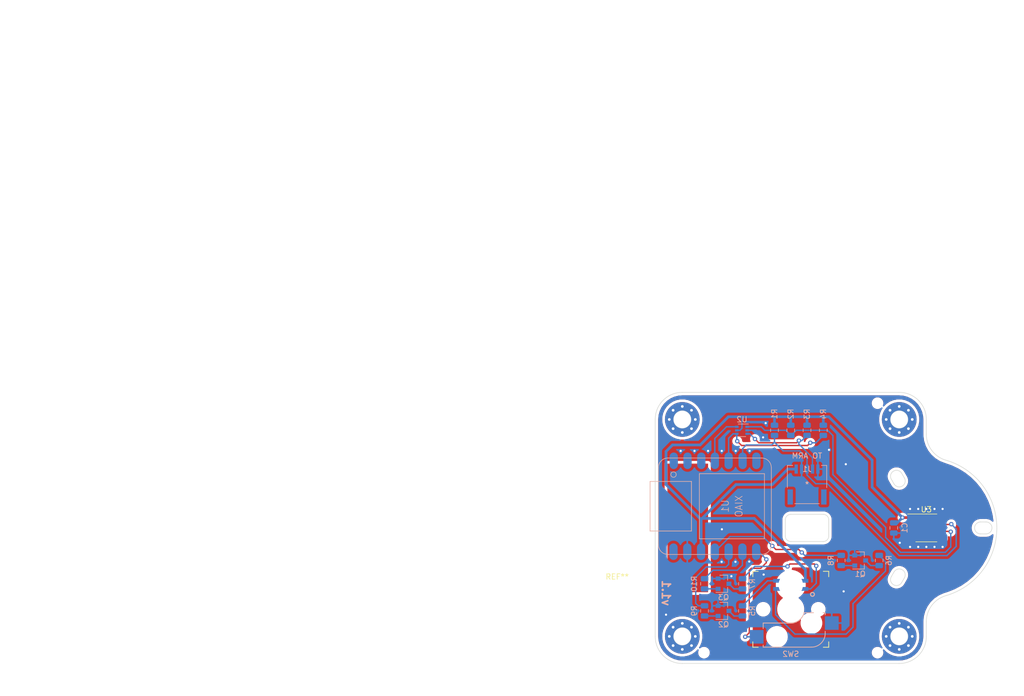
<source format=kicad_pcb>
(kicad_pcb (version 20171130) (host pcbnew "(5.1.6)-1")
  (layers (0 F.Cu mixed) (31 B.Cu mixed) (34 B.Paste user) (35 F.Paste user) (36 B.SilkS user) (37 F.SilkS user) (38 B.Mask user) (39 F.Mask user) (44 Edge.Cuts user))
  (net 0 "")
  (net 1 +3V3)
  (net 2 GND)
  (net 3 SDA2)
  (net 4 SCL)
  (net 5 SDA1)
  (net 6 SDA)
  (net 7 "Net-(U1-Pad1)")
  (net 8 "Net-(U1-Pad2)")
  (net 9 "Net-(U1-Pad3)")
  (net 10 SEL)
  (net 11 "Net-(U1-Pad7)")
  (net 12 "Net-(U1-Pad14)")
  (net 13 "Net-(U3-Pad3)")
  (net 14 "Net-(U3-Pad5)")
  (net 15 EN_SW)
  (net 16 RLED)
  (net 17 BLED)
  (net 18 GLED)
  (net 19 "Net-(R5-Pad1)")
  (net 20 "Net-(R6-Pad1)")
  (net 21 "Net-(R7-Pad1)")
  (net 22 "Net-(Q1-Pad1)")
  (net 23 "Net-(Q2-Pad1)")
  (net 24 "Net-(Q3-Pad1)")
  (net 25 G_CONT)
  (net 26 R_CONT)
  (net 27 B_CONT)
  (module base:hyku_logo (layer F.Cu) (at 123 96 270)
    (fp_text reference G*** hide)
    (fp_text value LOGO hide)
    (fp_poly (pts (xy 11.8 3.7) (xy -11.8 3.7) (xy -11.8 -3.7) (xy 11.8 -3.7)) (layer F.Cu) (width 0.1))
  )
  (module keyswitches:Kailh_socket_MX_SMD_RGB (layer F.Cu) (at 142 111 180)
    (fp_text reference SW2 (at 0 -8.255 180) (layer B.SilkS) (effects (justify mirror)))
    (fp_text value SW_SPST_LED_RGB)
    (fp_line (start 5.08 -6.985) (end 5.08 -6.604) (layer B.SilkS) (width 0.15))
    (fp_line (start -3.81 -6.985) (end 5.08 -6.985) (layer B.SilkS) (width 0.15))
    (fp_line (start -6.35 -4.445) (end -6.35 -4.064) (layer B.SilkS) (width 0.15))
    (fp_line (start -5.969 -0.635) (end -6.35 -0.635) (layer B.SilkS) (width 0.15))
    (fp_line (start -2.464162 -0.635) (end -4.191 -0.635) (layer B.SilkS) (width 0.15))
    (fp_line (start 5.08 -2.54) (end 0 -2.54) (layer B.SilkS) (width 0.15))
    (fp_line (start 5.08 -3.556) (end 5.08 -2.54) (layer B.SilkS) (width 0.15))
    (fp_line (start -6.35 -1.016) (end -6.35 -0.635) (layer B.SilkS) (width 0.15))
    (fp_line (start 7 -7) (end 7 -6) (layer F.SilkS) (width 0.15))
    (fp_line (start 6 7) (end 7 7) (layer F.SilkS) (width 0.15))
    (fp_line (start 7 -7) (end 6 -7) (layer F.SilkS) (width 0.15))
    (fp_line (start 7 6) (end 7 7) (layer F.SilkS) (width 0.15))
    (fp_line (start -7 7) (end -7 6) (layer F.SilkS) (width 0.15))
    (fp_line (start -6 -7) (end -7 -7) (layer F.SilkS) (width 0.15))
    (fp_line (start -7 7) (end -6 7) (layer F.SilkS) (width 0.15))
    (fp_line (start -7 -6) (end -7 -7) (layer F.SilkS) (width 0.15))
    (fp_circle (center -4 2.75) (end -3.646447 2.75) (layer B.SilkS) (width 0.2))
    (fp_arc (start -3.81 -4.445) (end -3.81 -6.985) (angle -90) (layer B.SilkS) (width 0.15))
    (fp_arc (start 0 0) (end 0 -2.54) (angle -75.96375653) (layer B.SilkS) (width 0.15))
    (pad LED2 smd rect (at 2.5 3.75 180) (size 1.5 0.7) (layers B.Cu B.Paste B.Mask) (net 20 "Net-(R6-Pad1)"))
    (pad LED3 smd rect (at 2.5 5.25 180) (size 1.5 0.7) (layers B.Cu B.Paste B.Mask) (net 19 "Net-(R5-Pad1)"))
    (pad LED4 smd rect (at -2.5 5.25 180) (size 1.5 0.7) (layers B.Cu B.Paste B.Mask) (net 1 +3V3))
    (pad LED1 smd rect (at -2.5 3.75 180) (size 1.5 0.7) (layers B.Cu B.Paste B.Mask) (net 21 "Net-(R7-Pad1)") (clearance 0.1))
    (pad "" np_thru_hole circle (at 0 4.5 180) (size 4.5 4.5) (drill 4.5) (layers *.Cu *.Mask))
    (pad 1 smd rect (at 6.29 -5.08 180) (size 2.55 2.5) (layers B.Cu B.Paste B.Mask) (net 15 EN_SW))
    (pad "" np_thru_hole circle (at 2.54 -5.08 180) (size 3 3) (drill 3) (layers *.Cu *.Mask))
    (pad "" np_thru_hole circle (at -3.81 -2.54 180) (size 3 3) (drill 3) (layers *.Cu *.Mask))
    (pad "" np_thru_hole circle (at 0 0 180) (size 3.9878 3.9878) (drill 3.9878) (layers *.Cu *.Mask))
    (pad "" np_thru_hole circle (at 5.08 0 180) (size 1.7018 1.7018) (drill 1.7018) (layers *.Cu *.Mask))
    (pad "" np_thru_hole circle (at -5.08 0 180) (size 1.7018 1.7018) (drill 1.7018) (layers *.Cu *.Mask))
    (pad 2 smd rect (at -7.56 -2.54 180) (size 2.55 2.5) (layers B.Cu B.Paste B.Mask) (net 2 GND))
  )
  (module base:hyku_logo (layer F.Cu) (at 0 0)
    (fp_text reference REF** (at 110 105) (layer F.SilkS))
    (fp_text value hyku_logo)
  )
  (module "base:JLCPCB Tooling Hole" (layer F.Cu) (at 158 73)
    (fp_text reference REF**)
    (fp_text value "JLCPCB Tooling Hole")
    (pad "" np_thru_hole circle (at 0 0) (size 1.152 1.152) (drill 1.152) (layers *.Cu *.Mask))
  )
  (module "base:JLCPCB Tooling Hole" (layer F.Cu) (at 126 119)
    (fp_text reference REF**)
    (fp_text value "JLCPCB Tooling Hole")
    (pad "" np_thru_hole circle (at 0 0) (size 1.152 1.152) (drill 1.152) (layers *.Cu *.Mask))
  )
  (module "base:JLCPCB Tooling Hole" (layer F.Cu) (at 158 119)
    (fp_text reference REF**)
    (fp_text value "JLCPCB Tooling Hole")
    (pad "" np_thru_hole circle (at 0 0) (size 1.152 1.152) (drill 1.152) (layers *.Cu *.Mask))
  )
  (module Package_SO:SOIC-8_3.9x4.9mm_P1.27mm (layer F.Cu) (at 167 96)
    (fp_text reference U3 (at 0 -3.4) (layer F.SilkS))
    (fp_text value AS5600)
    (fp_line (start 0 2.56) (end 1.95 2.56) (layer F.SilkS) (width 0.12))
    (fp_line (start 0 2.56) (end -1.95 2.56) (layer F.SilkS) (width 0.12))
    (fp_line (start 0 -2.56) (end 1.95 -2.56) (layer F.SilkS) (width 0.12))
    (fp_line (start 0 -2.56) (end -3.45 -2.56) (layer F.SilkS) (width 0.12))
    (pad 8 smd roundrect (at 2.475 -1.905) (size 1.95 0.6) (layers F.Cu F.Paste F.Mask) (net 2 GND))
    (pad 7 smd roundrect (at 2.475 -0.635) (size 1.95 0.6) (layers F.Cu F.Paste F.Mask) (net 4 SCL))
    (pad 6 smd roundrect (at 2.475 0.635) (size 1.95 0.6) (layers F.Cu F.Paste F.Mask) (net 5 SDA1))
    (pad 5 smd roundrect (at 2.475 1.905) (size 1.95 0.6) (layers F.Cu F.Paste F.Mask) (net 14 "Net-(U3-Pad5)"))
    (pad 4 smd roundrect (at -2.475 1.905) (size 1.95 0.6) (layers F.Cu F.Paste F.Mask) (net 2 GND))
    (pad 3 smd roundrect (at -2.475 0.635) (size 1.95 0.6) (layers F.Cu F.Paste F.Mask) (net 13 "Net-(U3-Pad3)"))
    (pad 2 smd roundrect (at -2.475 -0.635) (size 1.95 0.6) (layers F.Cu F.Paste F.Mask) (net 1 +3V3))
    (pad 1 smd roundrect (at -2.475 -1.905) (size 1.95 0.6) (layers F.Cu F.Paste F.Mask) (net 1 +3V3))
  )
  (module KeypadLib:Seeeduino_Xiao (layer B.Cu) (at 128 92 270)
    (fp_text reference U1 (at 0 -1.905 90) (layer B.SilkS) (effects (font (size 1.3 1.2) (thickness 0.12)) (justify mirror)))
    (fp_text value Seeeduiono_Xiao)
    (fp_circle (center -5.842 7.62) (end -5.342 7.62) (layer B.SilkS) (width 0.12))
    (fp_line (start 4.572 11.938) (end -4.572 11.938) (layer B.SilkS) (width 0.127))
    (fp_line (start -6 -9.144) (end -6 2.856) (layer B.SilkS) (width 0.12))
    (fp_line (start 6 -9.144) (end -6 -9.144) (layer B.SilkS) (width 0.12))
    (fp_line (start 6 2.856) (end 6 -9.144) (layer B.SilkS) (width 0.12))
    (fp_line (start -6 2.856) (end 6 2.856) (layer B.SilkS) (width 0.12))
    (fp_line (start 4.572 11.938) (end 4.572 4.318) (layer B.SilkS) (width 0.127))
    (fp_line (start 4.572 4.318) (end -4.572 4.318) (layer B.SilkS) (width 0.127))
    (fp_line (start -4.572 4.318) (end -4.572 11.938) (layer B.SilkS) (width 0.127))
    (fp_line (start -7.112 10.414) (end 7.112 10.414) (layer B.SilkS) (width 0.12))
    (fp_line (start 8.89 8.636) (end 8.89 -8.636) (layer B.SilkS) (width 0.12))
    (fp_line (start 7.112 -10.414) (end -7.112 -10.414) (layer B.SilkS) (width 0.12))
    (fp_line (start -8.89 -8.636) (end -8.89 8.636) (layer B.SilkS) (width 0.12))
    (fp_arc (start 7.112 -8.636) (end 7.112 -10.414) (angle 90) (layer B.SilkS) (width 0.12))
    (fp_arc (start -7.112 -8.636) (end -8.89 -8.636) (angle 90) (layer B.SilkS) (width 0.12))
    (fp_arc (start -7.112 8.636) (end -7.112 10.414) (angle 90) (layer B.SilkS) (width 0.12))
    (fp_arc (start 7.112 8.636) (end 8.89 8.636) (angle 90) (layer B.SilkS) (width 0.12))
    (fp_text user XIAO (at 0 -4.445 90) (layer B.SilkS) (effects (font (size 1.3 1.2) (thickness 0.12)) (justify mirror)))
    (pad 1 smd oval (at -8.382 7.57682 270) (size 3.048 1.524) (layers B.Cu B.Paste B.Mask) (net 7 "Net-(U1-Pad1)"))
    (pad 2 smd oval (at -8.382 5.03682 270) (size 3.048 1.524) (layers B.Cu B.Paste B.Mask) (net 8 "Net-(U1-Pad2)"))
    (pad 3 smd oval (at -8.382 2.49682 270) (size 3.048 1.524) (layers B.Cu B.Paste B.Mask) (net 9 "Net-(U1-Pad3)"))
    (pad 4 smd oval (at -8.382 0 270) (size 3.048 1.524) (layers B.Cu B.Paste B.Mask) (net 10 SEL))
    (pad 5 smd oval (at -8.382 -2.54 270) (size 3.048 1.524) (layers B.Cu B.Paste B.Mask) (net 6 SDA))
    (pad 6 smd oval (at -8.382 -5.12318 270) (size 3.048 1.524) (layers B.Cu B.Paste B.Mask) (net 4 SCL))
    (pad 7 smd oval (at -8.382 -7.66318 270) (size 3.048 1.524) (layers B.Cu B.Paste B.Mask) (net 11 "Net-(U1-Pad7)"))
    (pad 8 smd oval (at 8.382 -7.62 270) (size 3.048 1.524) (layers B.Cu B.Paste B.Mask) (net 15 EN_SW))
    (pad 9 smd oval (at 8.382 -5.08 270) (size 3.048 1.524) (layers B.Cu B.Paste B.Mask) (net 27 B_CONT))
    (pad 10 smd oval (at 8.382 -2.54 270) (size 3.048 1.524) (layers B.Cu B.Paste B.Mask) (net 26 R_CONT))
    (pad 11 smd oval (at 8.382 0 270) (size 3.048 1.524) (layers B.Cu B.Paste B.Mask) (net 25 G_CONT))
    (pad 12 smd oval (at 8.382 2.54 270) (size 3.048 1.524) (layers B.Cu B.Paste B.Mask) (net 1 +3V3))
    (pad 13 smd oval (at 8.382 5.08 270) (size 3.048 1.524) (layers B.Cu B.Paste B.Mask) (net 2 GND))
    (pad 14 smd oval (at 8.382 7.62 270) (size 3.048 1.524) (layers B.Cu B.Paste B.Mask) (net 12 "Net-(U1-Pad14)"))
  )
  (module Resistor_SMD:R_0805_2012Metric (layer B.Cu) (at 126.1 106.3 90)
    (fp_text reference R10 (at 0 -1.9 90) (layer B.SilkS) (effects (justify mirror)))
    (fp_text value 5.1k)
    (fp_line (start -0.258578 0.71) (end 0.258578 0.71) (layer B.SilkS) (width 0.12))
    (fp_line (start -0.258578 -0.71) (end 0.258578 -0.71) (layer B.SilkS) (width 0.12))
    (pad 2 smd roundrect (at 0.9375 0 90) (size 0.975 1.4) (layers B.Cu B.Paste B.Mask) (net 27 B_CONT))
    (pad 1 smd roundrect (at -0.9375 0 90) (size 0.975 1.4) (layers B.Cu B.Paste B.Mask) (net 24 "Net-(Q3-Pad1)"))
  )
  (module Resistor_SMD:R_0805_2012Metric (layer B.Cu) (at 126.1 111.3 90)
    (fp_text reference R9 (at 0 -1.9 90) (layer B.SilkS) (effects (justify mirror)))
    (fp_text value 5.1k)
    (fp_line (start -0.258578 0.71) (end 0.258578 0.71) (layer B.SilkS) (width 0.12))
    (fp_line (start -0.258578 -0.71) (end 0.258578 -0.71) (layer B.SilkS) (width 0.12))
    (pad 2 smd roundrect (at 0.9375 0 90) (size 0.975 1.4) (layers B.Cu B.Paste B.Mask) (net 26 R_CONT))
    (pad 1 smd roundrect (at -0.9375 0 90) (size 0.975 1.4) (layers B.Cu B.Paste B.Mask) (net 23 "Net-(Q2-Pad1)"))
  )
  (module Resistor_SMD:R_0805_2012Metric (layer B.Cu) (at 151.3 102 90)
    (fp_text reference R8 (at 0 -1.9 270) (layer B.SilkS) (effects (justify mirror)))
    (fp_text value 5.1k)
    (fp_line (start -0.258578 0.71) (end 0.258578 0.71) (layer B.SilkS) (width 0.12))
    (fp_line (start -0.258578 -0.71) (end 0.258578 -0.71) (layer B.SilkS) (width 0.12))
    (pad 2 smd roundrect (at 0.9375 0 90) (size 0.975 1.4) (layers B.Cu B.Paste B.Mask) (net 25 G_CONT))
    (pad 1 smd roundrect (at -0.9375 0 90) (size 0.975 1.4) (layers B.Cu B.Paste B.Mask) (net 22 "Net-(Q1-Pad1)"))
  )
  (module Package_TO_SOT_SMD:SOT-23 (layer B.Cu) (at 129.6 106.3)
    (fp_text reference Q3 (at 0 2.5) (layer B.SilkS) (effects (justify mirror)))
    (fp_text value MMBT3904)
    (fp_line (start 0.76 -1.58) (end 0.76 -0.65) (layer B.SilkS) (width 0.12))
    (fp_line (start 0.76 1.58) (end 0.76 0.65) (layer B.SilkS) (width 0.12))
    (fp_line (start 0.76 1.58) (end -1.4 1.58) (layer B.SilkS) (width 0.12))
    (fp_line (start 0.76 -1.58) (end -0.7 -1.58) (layer B.SilkS) (width 0.12))
    (pad 3 smd rect (at 1 0) (size 0.9 0.8) (layers B.Cu B.Paste B.Mask) (net 17 BLED))
    (pad 2 smd rect (at -1 -0.95) (size 0.9 0.8) (layers B.Cu B.Paste B.Mask) (net 2 GND))
    (pad 1 smd rect (at -1 0.95) (size 0.9 0.8) (layers B.Cu B.Paste B.Mask) (net 24 "Net-(Q3-Pad1)"))
  )
  (module Package_TO_SOT_SMD:SOT-23 (layer B.Cu) (at 129.6 111.3)
    (fp_text reference Q2 (at 0 2.5) (layer B.SilkS) (effects (justify mirror)))
    (fp_text value MMBT3904)
    (fp_line (start 0.76 -1.58) (end 0.76 -0.65) (layer B.SilkS) (width 0.12))
    (fp_line (start 0.76 1.58) (end 0.76 0.65) (layer B.SilkS) (width 0.12))
    (fp_line (start 0.76 1.58) (end -1.4 1.58) (layer B.SilkS) (width 0.12))
    (fp_line (start 0.76 -1.58) (end -0.7 -1.58) (layer B.SilkS) (width 0.12))
    (pad 3 smd rect (at 1 0) (size 0.9 0.8) (layers B.Cu B.Paste B.Mask) (net 16 RLED))
    (pad 2 smd rect (at -1 -0.95) (size 0.9 0.8) (layers B.Cu B.Paste B.Mask) (net 2 GND))
    (pad 1 smd rect (at -1 0.95) (size 0.9 0.8) (layers B.Cu B.Paste B.Mask) (net 23 "Net-(Q2-Pad1)"))
  )
  (module Package_TO_SOT_SMD:SOT-23 (layer B.Cu) (at 154.8 102)
    (fp_text reference Q1 (at 0 2.5) (layer B.SilkS) (effects (justify mirror)))
    (fp_text value MMBT3904)
    (fp_line (start 0.76 -1.58) (end 0.76 -0.65) (layer B.SilkS) (width 0.12))
    (fp_line (start 0.76 1.58) (end 0.76 0.65) (layer B.SilkS) (width 0.12))
    (fp_line (start 0.76 1.58) (end -1.4 1.58) (layer B.SilkS) (width 0.12))
    (fp_line (start 0.76 -1.58) (end -0.7 -1.58) (layer B.SilkS) (width 0.12))
    (pad 3 smd rect (at 1 0) (size 0.9 0.8) (layers B.Cu B.Paste B.Mask) (net 18 GLED))
    (pad 2 smd rect (at -1 -0.95) (size 0.9 0.8) (layers B.Cu B.Paste B.Mask) (net 2 GND))
    (pad 1 smd rect (at -1 0.95) (size 0.9 0.8) (layers B.Cu B.Paste B.Mask) (net 22 "Net-(Q1-Pad1)"))
  )
  (module Resistor_SMD:R_0805_2012Metric (layer B.Cu) (at 133.1 106.3 270)
    (fp_text reference R7 (at 0 -1.8 270) (layer B.SilkS) (effects (justify mirror)))
    (fp_text value 10R)
    (fp_line (start -0.258578 0.71) (end 0.258578 0.71) (layer B.SilkS) (width 0.12))
    (fp_line (start -0.258578 -0.71) (end 0.258578 -0.71) (layer B.SilkS) (width 0.12))
    (pad 2 smd roundrect (at 0.9375 0 270) (size 0.975 1.4) (layers B.Cu B.Paste B.Mask) (net 17 BLED))
    (pad 1 smd roundrect (at -0.9375 0 270) (size 0.975 1.4) (layers B.Cu B.Paste B.Mask) (net 21 "Net-(R7-Pad1)"))
  )
  (module Resistor_SMD:R_0805_2012Metric (layer B.Cu) (at 158.3 102 270)
    (fp_text reference R6 (at 0 -1.8 270) (layer B.SilkS) (effects (justify mirror)))
    (fp_text value 10R)
    (fp_line (start -0.258578 0.71) (end 0.258578 0.71) (layer B.SilkS) (width 0.12))
    (fp_line (start -0.258578 -0.71) (end 0.258578 -0.71) (layer B.SilkS) (width 0.12))
    (pad 2 smd roundrect (at 0.9375 0 270) (size 0.975 1.4) (layers B.Cu B.Paste B.Mask) (net 18 GLED))
    (pad 1 smd roundrect (at -0.9375 0 270) (size 0.975 1.4) (layers B.Cu B.Paste B.Mask) (net 20 "Net-(R6-Pad1)"))
  )
  (module Resistor_SMD:R_0805_2012Metric (layer B.Cu) (at 133.1 111.3 270)
    (fp_text reference R5 (at 0 -1.8 270) (layer B.SilkS) (effects (justify mirror)))
    (fp_text value 68R)
    (fp_line (start -0.258578 0.71) (end 0.258578 0.71) (layer B.SilkS) (width 0.12))
    (fp_line (start -0.258578 -0.71) (end 0.258578 -0.71) (layer B.SilkS) (width 0.12))
    (pad 2 smd roundrect (at 0.9375 0 270) (size 0.975 1.4) (layers B.Cu B.Paste B.Mask) (net 16 RLED))
    (pad 1 smd roundrect (at -0.9375 0 270) (size 0.975 1.4) (layers B.Cu B.Paste B.Mask) (net 19 "Net-(R5-Pad1)"))
  )
  (module UltraLibrarian:SM05B-NSHSS-TBLFSN (layer B.Cu) (at 145 88 180)
    (fp_text reference J1 (at 0 2.853601 180) (layer B.SilkS) (effects (justify mirror)))
    (fp_text value "TO ARM" (at 0 5.3 180) (layer B.SilkS) (effects (justify mirror)))
    (fp_line (start -2.271959 -3.5306) (end 2.271959 -3.5306) (layer B.SilkS) (width 0.12))
    (fp_line (start 3.6322 -0.568711) (end 3.6322 3.530601) (layer B.SilkS) (width 0.12))
    (fp_line (start 3.6322 3.530601) (end 2.637541 3.530601) (layer B.SilkS) (width 0.12))
    (fp_line (start -3.6322 3.530601) (end -3.6322 -0.568711) (layer B.SilkS) (width 0.12))
    (fp_line (start -2.637541 3.530601) (end -3.6322 3.530601) (layer B.SilkS) (width 0.12))
    (fp_text user * (at 0 0 180) (layer B.SilkS) (effects (justify mirror)))
    (pad 7 smd rect (at 3.099999 -2.296399 180) (size 0.9906 2.794) (layers B.Cu B.Paste B.Mask))
    (pad 6 smd rect (at -3.099999 -2.296399 180) (size 0.9906 2.794) (layers B.Cu B.Paste B.Mask))
    (pad 5 smd rect (at 2.000001 2.853601 180) (size 0.6096 1.7018) (layers B.Cu B.Paste B.Mask) (net 1 +3V3))
    (pad 4 smd rect (at 1.000001 2.853601 180) (size 0.6096 1.7018) (layers B.Cu B.Paste B.Mask) (net 2 GND))
    (pad 3 smd rect (at 0 2.853601 180) (size 0.6096 1.7018) (layers B.Cu B.Paste B.Mask) (net 4 SCL))
    (pad 2 smd rect (at -1.000001 2.853601 180) (size 0.6096 1.7018) (layers B.Cu B.Paste B.Mask) (net 3 SDA2))
    (pad 1 smd rect (at -2.000001 2.853601 180) (size 0.6096 1.7018) (layers B.Cu B.Paste B.Mask) (net 2 GND))
  )
  (module MountingHole:MountingHole_3.2mm_M3_Pad_Via (layer F.Cu) (at 162 76)
    (fp_text reference H4)
    (fp_text value MountingHole)
    (pad 1 thru_hole circle (at 1.697056 -1.697056) (size 0.8 0.8) (drill 0.5) (layers *.Cu *.Mask))
    (pad 1 thru_hole circle (at 0 -2.4) (size 0.8 0.8) (drill 0.5) (layers *.Cu *.Mask))
    (pad 1 thru_hole circle (at -1.697056 -1.697056) (size 0.8 0.8) (drill 0.5) (layers *.Cu *.Mask))
    (pad 1 thru_hole circle (at -2.4 0) (size 0.8 0.8) (drill 0.5) (layers *.Cu *.Mask))
    (pad 1 thru_hole circle (at -1.697056 1.697056) (size 0.8 0.8) (drill 0.5) (layers *.Cu *.Mask))
    (pad 1 thru_hole circle (at 0 2.4) (size 0.8 0.8) (drill 0.5) (layers *.Cu *.Mask))
    (pad 1 thru_hole circle (at 1.697056 1.697056) (size 0.8 0.8) (drill 0.5) (layers *.Cu *.Mask))
    (pad 1 thru_hole circle (at 2.4 0) (size 0.8 0.8) (drill 0.5) (layers *.Cu *.Mask))
    (pad 1 thru_hole circle (at 0 0) (size 6.4 6.4) (drill 3.2) (layers *.Cu *.Mask))
  )
  (module MountingHole:MountingHole_3.2mm_M3_Pad_Via (layer F.Cu) (at 162 116)
    (fp_text reference H3)
    (fp_text value MountingHole)
    (pad 1 thru_hole circle (at 1.697056 -1.697056) (size 0.8 0.8) (drill 0.5) (layers *.Cu *.Mask))
    (pad 1 thru_hole circle (at 0 -2.4) (size 0.8 0.8) (drill 0.5) (layers *.Cu *.Mask))
    (pad 1 thru_hole circle (at -1.697056 -1.697056) (size 0.8 0.8) (drill 0.5) (layers *.Cu *.Mask))
    (pad 1 thru_hole circle (at -2.4 0) (size 0.8 0.8) (drill 0.5) (layers *.Cu *.Mask))
    (pad 1 thru_hole circle (at -1.697056 1.697056) (size 0.8 0.8) (drill 0.5) (layers *.Cu *.Mask))
    (pad 1 thru_hole circle (at 0 2.4) (size 0.8 0.8) (drill 0.5) (layers *.Cu *.Mask))
    (pad 1 thru_hole circle (at 1.697056 1.697056) (size 0.8 0.8) (drill 0.5) (layers *.Cu *.Mask))
    (pad 1 thru_hole circle (at 2.4 0) (size 0.8 0.8) (drill 0.5) (layers *.Cu *.Mask))
    (pad 1 thru_hole circle (at 0 0) (size 6.4 6.4) (drill 3.2) (layers *.Cu *.Mask))
  )
  (module MountingHole:MountingHole_3.2mm_M3_Pad_Via (layer F.Cu) (at 122 116)
    (fp_text reference H2)
    (fp_text value MountingHole)
    (pad 1 thru_hole circle (at 1.697056 -1.697056) (size 0.8 0.8) (drill 0.5) (layers *.Cu *.Mask))
    (pad 1 thru_hole circle (at 0 -2.4) (size 0.8 0.8) (drill 0.5) (layers *.Cu *.Mask))
    (pad 1 thru_hole circle (at -1.697056 -1.697056) (size 0.8 0.8) (drill 0.5) (layers *.Cu *.Mask))
    (pad 1 thru_hole circle (at -2.4 0) (size 0.8 0.8) (drill 0.5) (layers *.Cu *.Mask))
    (pad 1 thru_hole circle (at -1.697056 1.697056) (size 0.8 0.8) (drill 0.5) (layers *.Cu *.Mask))
    (pad 1 thru_hole circle (at 0 2.4) (size 0.8 0.8) (drill 0.5) (layers *.Cu *.Mask))
    (pad 1 thru_hole circle (at 1.697056 1.697056) (size 0.8 0.8) (drill 0.5) (layers *.Cu *.Mask))
    (pad 1 thru_hole circle (at 2.4 0) (size 0.8 0.8) (drill 0.5) (layers *.Cu *.Mask))
    (pad 1 thru_hole circle (at 0 0) (size 6.4 6.4) (drill 3.2) (layers *.Cu *.Mask))
  )
  (module MountingHole:MountingHole_3.2mm_M3_Pad_Via (layer F.Cu) (at 122 76)
    (fp_text reference H1)
    (fp_text value MountingHole)
    (pad 1 thru_hole circle (at 1.697056 -1.697056) (size 0.8 0.8) (drill 0.5) (layers *.Cu *.Mask))
    (pad 1 thru_hole circle (at 0 -2.4) (size 0.8 0.8) (drill 0.5) (layers *.Cu *.Mask))
    (pad 1 thru_hole circle (at -1.697056 -1.697056) (size 0.8 0.8) (drill 0.5) (layers *.Cu *.Mask))
    (pad 1 thru_hole circle (at -2.4 0) (size 0.8 0.8) (drill 0.5) (layers *.Cu *.Mask))
    (pad 1 thru_hole circle (at -1.697056 1.697056) (size 0.8 0.8) (drill 0.5) (layers *.Cu *.Mask))
    (pad 1 thru_hole circle (at 0 2.4) (size 0.8 0.8) (drill 0.5) (layers *.Cu *.Mask))
    (pad 1 thru_hole circle (at 1.697056 1.697056) (size 0.8 0.8) (drill 0.5) (layers *.Cu *.Mask))
    (pad 1 thru_hole circle (at 2.4 0) (size 0.8 0.8) (drill 0.5) (layers *.Cu *.Mask))
    (pad 1 thru_hole circle (at 0 0) (size 6.4 6.4) (drill 3.2) (layers *.Cu *.Mask))
  )
  (module Capacitor_SMD:C_0805_2012Metric (layer B.Cu) (at 161 96 270)
    (fp_text reference C1 (at 0 -2 270) (layer B.SilkS) (effects (justify mirror)))
    (fp_text value 100nF)
    (fp_line (start -0.258578 0.71) (end 0.258578 0.71) (layer B.SilkS) (width 0.12))
    (fp_line (start -0.258578 -0.71) (end 0.258578 -0.71) (layer B.SilkS) (width 0.12))
    (pad 1 smd roundrect (at -0.9375 0 270) (size 0.975 1.4) (layers B.Cu B.Paste B.Mask) (net 1 +3V3))
    (pad 2 smd roundrect (at 0.9375 0 270) (size 0.975 1.4) (layers B.Cu B.Paste B.Mask) (net 2 GND))
  )
  (module Resistor_SMD:R_0805_2012Metric (layer B.Cu) (at 139 78 270)
    (fp_text reference R1 (at -3 0 270) (layer B.SilkS) (effects (justify mirror)))
    (fp_text value 5.1k)
    (fp_line (start -0.258578 -0.71) (end 0.258578 -0.71) (layer B.SilkS) (width 0.12))
    (fp_line (start -0.258578 0.71) (end 0.258578 0.71) (layer B.SilkS) (width 0.12))
    (pad 2 smd roundrect (at 0.9375 0 270) (size 0.975 1.4) (layers B.Cu B.Paste B.Mask) (net 4 SCL))
    (pad 1 smd roundrect (at -0.9375 0 270) (size 0.975 1.4) (layers B.Cu B.Paste B.Mask) (net 1 +3V3))
  )
  (module Resistor_SMD:R_0805_2012Metric (layer B.Cu) (at 142 78 270)
    (fp_text reference R2 (at -3 0 270) (layer B.SilkS) (effects (justify mirror)))
    (fp_text value 10k)
    (fp_line (start -0.258578 0.71) (end 0.258578 0.71) (layer B.SilkS) (width 0.12))
    (fp_line (start -0.258578 -0.71) (end 0.258578 -0.71) (layer B.SilkS) (width 0.12))
    (pad 1 smd roundrect (at -0.9375 0 270) (size 0.975 1.4) (layers B.Cu B.Paste B.Mask) (net 1 +3V3))
    (pad 2 smd roundrect (at 0.9375 0 270) (size 0.975 1.4) (layers B.Cu B.Paste B.Mask) (net 5 SDA1))
  )
  (module Resistor_SMD:R_0805_2012Metric (layer B.Cu) (at 145 78 270)
    (fp_text reference R3 (at -3 0 90) (layer B.SilkS) (effects (justify mirror)))
    (fp_text value 10k)
    (fp_line (start -0.258578 -0.71) (end 0.258578 -0.71) (layer B.SilkS) (width 0.12))
    (fp_line (start -0.258578 0.71) (end 0.258578 0.71) (layer B.SilkS) (width 0.12))
    (pad 2 smd roundrect (at 0.9375 0 270) (size 0.975 1.4) (layers B.Cu B.Paste B.Mask) (net 3 SDA2))
    (pad 1 smd roundrect (at -0.9375 0 270) (size 0.975 1.4) (layers B.Cu B.Paste B.Mask) (net 1 +3V3))
  )
  (module Resistor_SMD:R_0805_2012Metric (layer B.Cu) (at 148 78 270)
    (fp_text reference R4 (at -3 0 90) (layer B.SilkS) (effects (justify mirror)))
    (fp_text value 10k)
    (fp_line (start -0.258578 0.71) (end 0.258578 0.71) (layer B.SilkS) (width 0.12))
    (fp_line (start -0.258578 -0.71) (end 0.258578 -0.71) (layer B.SilkS) (width 0.12))
    (pad 1 smd roundrect (at -0.9375 0 270) (size 0.975 1.4) (layers B.Cu B.Paste B.Mask) (net 1 +3V3))
    (pad 2 smd roundrect (at 0.9375 0 270) (size 0.975 1.4) (layers B.Cu B.Paste B.Mask) (net 6 SDA))
  )
  (module Package_TO_SOT_SMD:SOT-363_SC-70-6 (layer B.Cu) (at 133 78 180)
    (fp_text reference U2 (at 0 2) (layer B.SilkS) (effects (justify mirror)))
    (fp_text value NC7SB3257P6X)
    (fp_line (start 0.7 1.16) (end -1.2 1.16) (layer B.SilkS) (width 0.12))
    (fp_line (start -0.7 -1.16) (end 0.7 -1.16) (layer B.SilkS) (width 0.12))
    (pad 1 smd rect (at -0.95 0.65 180) (size 0.65 0.4) (layers B.Cu B.Paste B.Mask) (net 5 SDA1))
    (pad 3 smd rect (at -0.95 -0.65 180) (size 0.65 0.4) (layers B.Cu B.Paste B.Mask) (net 3 SDA2))
    (pad 5 smd rect (at 0.95 0 180) (size 0.65 0.4) (layers B.Cu B.Paste B.Mask) (net 1 +3V3))
    (pad 2 smd rect (at -0.95 0 180) (size 0.65 0.4) (layers B.Cu B.Paste B.Mask) (net 2 GND))
    (pad 4 smd rect (at 0.95 -0.65 180) (size 0.65 0.4) (layers B.Cu B.Paste B.Mask) (net 6 SDA))
    (pad 6 smd rect (at 0.95 0.65 180) (size 0.65 0.4) (layers B.Cu B.Paste B.Mask) (net 10 SEL))
  )
  (gr_text v1.1 (at 119 108 270) (layer B.SilkS) (effects (font (size 1.5 1.5) (thickness 0.3)) (justify mirror)))
  (gr_line (start 162.952628 86.789746) (end 162.452628 85.923721) (layer Edge.Cuts) (width 0.1))
  (gr_arc (start 161.5 86.473721) (end 162.452628 85.923721) (angle -180) (layer Edge.Cuts) (width 0.1))
  (gr_line (start 160.547373 87.023721) (end 161.047373 87.889746) (layer Edge.Cuts) (width 0.1))
  (gr_line (start 167 78.708384) (end 167 76) (layer Edge.Cuts) (width 0.1))
  (gr_arc (start 162 87.339746) (end 161.047373 87.889746) (angle -180) (layer Edge.Cuts) (width 0.1))
  (gr_line (start 148 98.5) (end 142 98.5) (layer Edge.Cuts) (width 0.1))
  (gr_line (start 141 97.5) (end 141 94.5) (layer Edge.Cuts) (width 0.1))
  (gr_arc (start 142 97.5) (end 141 97.5) (angle -90) (layer Edge.Cuts) (width 0.1))
  (gr_arc (start 142 94.5) (end 142 93.499999) (angle -90) (layer Edge.Cuts) (width 0.1))
  (gr_line (start 142 93.5) (end 148 93.5) (layer Edge.Cuts) (width 0.1))
  (gr_arc (start 148 94.5) (end 149 94.5) (angle -90) (layer Edge.Cuts) (width 0.1))
  (gr_line (start 149 94.5) (end 149 97.5) (layer Edge.Cuts) (width 0.1))
  (gr_arc (start 148 97.5) (end 148 98.5) (angle -90) (layer Edge.Cuts) (width 0.1))
  (gr_circle (center 162 116) (end 163.600001 116) (layer Edge.Cuts) (width 0.1))
  (gr_line (start 122 121) (end 162 121) (layer Edge.Cuts) (width 0.1))
  (gr_line (start 117 76) (end 117 116) (layer Edge.Cuts) (width 0.1))
  (gr_circle (center 162 76) (end 163.600001 76) (layer Edge.Cuts) (width 0.1))
  (gr_circle (center 122 76) (end 123.6 76) (layer Edge.Cuts) (width 0.1))
  (gr_arc (start 122 116) (end 117.000001 116) (angle -90) (layer Edge.Cuts) (width 0.1))
  (gr_circle (center 122 116) (end 123.6 116) (layer Edge.Cuts) (width 0.1))
  (gr_line (start 162.452628 106.076279) (end 162.952628 105.210254) (layer Edge.Cuts) (width 0.1))
  (gr_arc (start 162 104.660254) (end 162.952628 105.210254) (angle -180) (layer Edge.Cuts) (width 0.1))
  (gr_line (start 161.047373 104.110254) (end 160.547373 104.976279) (layer Edge.Cuts) (width 0.1))
  (gr_line (start 162 71) (end 122 71) (layer Edge.Cuts) (width 0.1))
  (gr_arc (start 178 96) (end 178 97.1) (angle -180) (layer Edge.Cuts) (width 0.1))
  (gr_arc (start 172 78.708384) (end 167 78.708384) (angle -73.87237979) (layer Edge.Cuts) (width 0.1))
  (gr_line (start 178 94.9) (end 177 94.9) (layer Edge.Cuts) (width 0.1))
  (gr_arc (start 162 116) (end 162 121) (angle -90) (layer Edge.Cuts) (width 0.1))
  (gr_arc (start 177 96) (end 177 94.9) (angle -180) (layer Edge.Cuts) (width 0.1))
  (gr_line (start 177 97.1) (end 178 97.1) (layer Edge.Cuts) (width 0.1))
  (gr_arc (start 172 113.291616) (end 170.611111 108.488389) (angle -73.87237979) (layer Edge.Cuts) (width 0.1))
  (gr_arc (start 162 76) (end 167 76) (angle -90) (layer Edge.Cuts) (width 0.1))
  (gr_line (start 167 116) (end 167 113.291616) (layer Edge.Cuts) (width 0.1))
  (gr_arc (start 161.5 105.526279) (end 160.547373 104.976279) (angle -180) (layer Edge.Cuts) (width 0.1))
  (gr_arc (start 122 76) (end 122 71.000001) (angle -90) (layer Edge.Cuts) (width 0.1))
  (gr_arc (start 167 96) (end 170.611111 108.488389) (angle -147.7447596) (layer Edge.Cuts) (width 0.1))
  (segment (start 164.525 95.365) (end 164.525 94.095) (width 0.5) (layer F.Cu) (net 1))
  (via (at 162.59497 94.095) (size 0.8) (drill 0.4) (layers F.Cu B.Cu) (net 1))
  (segment (start 164.525 94.095) (end 162.59497 94.095) (width 0.5) (layer F.Cu) (net 1))
  (segment (start 145 77.0625) (end 145 75.5) (width 0.5) (layer B.Cu) (net 1))
  (segment (start 145 75.5) (end 146.4375 75.5) (width 0.5) (layer B.Cu) (net 1))
  (segment (start 142 77.0625) (end 142 75.5) (width 0.5) (layer B.Cu) (net 1))
  (segment (start 142 75.5) (end 145 75.5) (width 0.5) (layer B.Cu) (net 1))
  (segment (start 139 77.0625) (end 139 75.5) (width 0.5) (layer B.Cu) (net 1))
  (segment (start 139 75.5) (end 142 75.5) (width 0.5) (layer B.Cu) (net 1))
  (segment (start 157 88.50003) (end 162.59497 94.095) (width 0.5) (layer B.Cu) (net 1))
  (segment (start 157 83.5) (end 157 88.50003) (width 0.5) (layer B.Cu) (net 1))
  (segment (start 149 75.5) (end 157 83.5) (width 0.5) (layer B.Cu) (net 1))
  (segment (start 161.62747 95.0625) (end 161 95.0625) (width 0.5) (layer B.Cu) (net 1))
  (segment (start 162.59497 94.095) (end 161.62747 95.0625) (width 0.5) (layer B.Cu) (net 1))
  (segment (start 132.05 78) (end 132.629 78) (width 0.254) (layer B.Cu) (net 1))
  (segment (start 133 77.629) (end 133 75.5) (width 0.254) (layer B.Cu) (net 1))
  (segment (start 132.629 78) (end 133 77.629) (width 0.254) (layer B.Cu) (net 1))
  (segment (start 133 75.5) (end 139 75.5) (width 0.5) (layer B.Cu) (net 1))
  (segment (start 148 77.0625) (end 148 75.5) (width 0.5) (layer B.Cu) (net 1))
  (segment (start 146.4375 75.5) (end 148 75.5) (width 0.5) (layer B.Cu) (net 1))
  (segment (start 148 75.5) (end 149 75.5) (width 0.5) (layer B.Cu) (net 1))
  (segment (start 138.6 88) (end 141.453601 85.146399) (width 0.5) (layer B.Cu) (net 1))
  (segment (start 125.46 100.382) (end 125.46 94.44) (width 0.5) (layer B.Cu) (net 1))
  (segment (start 141.453601 85.146399) (end 142.999999 85.146399) (width 0.5) (layer B.Cu) (net 1))
  (segment (start 131.9 88) (end 138.6 88) (width 0.5) (layer B.Cu) (net 1))
  (segment (start 125.65 94.25) (end 131.9 88) (width 0.5) (layer B.Cu) (net 1))
  (segment (start 125.46 94.44) (end 125.65 94.25) (width 0.5) (layer B.Cu) (net 1))
  (segment (start 125.65 94.25) (end 135.25 94.25) (width 0.5) (layer B.Cu) (net 1))
  (segment (start 144.700001 103.700001) (end 144.700001 105.75) (width 0.5) (layer B.Cu) (net 1))
  (segment (start 135.25 94.25) (end 144.700001 103.700001) (width 0.5) (layer B.Cu) (net 1))
  (segment (start 130.5 75.5) (end 133 75.5) (width 0.5) (layer B.Cu) (net 1))
  (segment (start 125.3 80.7) (end 130.5 75.5) (width 0.5) (layer B.Cu) (net 1))
  (segment (start 125.46 94.46) (end 119 88) (width 0.5) (layer B.Cu) (net 1))
  (segment (start 125.46 100.382) (end 125.46 94.46) (width 0.5) (layer B.Cu) (net 1))
  (segment (start 119 81.9) (end 120.2 80.7) (width 0.5) (layer B.Cu) (net 1))
  (segment (start 119 88) (end 119 81.9) (width 0.5) (layer B.Cu) (net 1))
  (segment (start 120.2 80.7) (end 125.3 80.7) (width 0.5) (layer B.Cu) (net 1))
  (via (at 165.5 92.5) (size 0.8) (drill 0.4) (layers F.Cu B.Cu) (net 2))
  (via (at 124.25 81.8) (size 0.8) (drill 0.4) (layers F.Cu B.Cu) (net 2))
  (via (at 121.7 81.8) (size 0.8) (drill 0.4) (layers F.Cu B.Cu) (net 2))
  (via (at 170 92.5) (size 0.8) (drill 0.4) (layers F.Cu B.Cu) (net 2))
  (via (at 168.5 92.5) (size 0.8) (drill 0.4) (layers F.Cu B.Cu) (net 2))
  (via (at 167 92.5) (size 0.8) (drill 0.4) (layers F.Cu B.Cu) (net 2))
  (via (at 164 92.5) (size 0.8) (drill 0.4) (layers F.Cu B.Cu) (net 2))
  (via (at 164 99.5) (size 0.8) (drill 0.4) (layers F.Cu B.Cu) (net 2))
  (via (at 165.5 99.5) (size 0.8) (drill 0.4) (layers F.Cu B.Cu) (net 2))
  (via (at 167 99.5) (size 0.8) (drill 0.4) (layers F.Cu B.Cu) (net 2))
  (via (at 168.5 99.5) (size 0.8) (drill 0.4) (layers F.Cu B.Cu) (net 2))
  (via (at 170 99.5) (size 0.8) (drill 0.4) (layers F.Cu B.Cu) (net 2))
  (via (at 126.75 81.8) (size 0.8) (drill 0.4) (layers F.Cu B.Cu) (net 2))
  (via (at 131.85 81.8) (size 0.8) (drill 0.4) (layers F.Cu B.Cu) (net 2))
  (via (at 134.4 81.8) (size 0.8) (drill 0.4) (layers F.Cu B.Cu) (net 2))
  (via (at 136.9 79.3) (size 0.8) (drill 0.4) (layers F.Cu B.Cu) (net 2))
  (segment (start 135.6 78) (end 136.9 79.3) (width 0.254) (layer B.Cu) (net 2))
  (segment (start 133.95 78) (end 135.6 78) (width 0.254) (layer B.Cu) (net 2))
  (via (at 137 104.6) (size 0.8) (drill 0.4) (layers F.Cu B.Cu) (net 2))
  (via (at 151.75 107.7) (size 0.8) (drill 0.4) (layers F.Cu B.Cu) (net 2))
  (via (at 149.05 81.6) (size 0.8) (drill 0.4) (layers F.Cu B.Cu) (net 2))
  (via (at 152.15 84.25) (size 0.8) (drill 0.4) (layers F.Cu B.Cu) (net 2))
  (via (at 129.3 96.25) (size 0.8) (drill 0.4) (layers F.Cu B.Cu) (net 2))
  (via (at 131.8 102.25) (size 0.8) (drill 0.4) (layers F.Cu B.Cu) (net 2))
  (via (at 129.25 102.25) (size 0.8) (drill 0.4) (layers F.Cu B.Cu) (net 2))
  (via (at 131.05 104.9) (size 0.8) (drill 0.4) (layers F.Cu B.Cu) (net 2))
  (via (at 134.35 102.2) (size 0.8) (drill 0.4) (layers F.Cu B.Cu) (net 2))
  (via (at 162.1 98.75) (size 0.8) (drill 0.4) (layers F.Cu B.Cu) (net 2))
  (via (at 129.275 81.8) (size 0.8) (drill 0.4) (layers F.Cu B.Cu) (net 2))
  (via (at 137.375 76.675) (size 0.8) (drill 0.4) (layers F.Cu B.Cu) (net 2))
  (via (at 119 112) (size 0.8) (drill 0.4) (layers F.Cu B.Cu) (net 2))
  (segment (start 133.95 78.65) (end 134.45 78.65) (width 0.254) (layer B.Cu) (net 3))
  (via (at 135.4 79.6) (size 0.8) (drill 0.4) (layers F.Cu B.Cu) (net 3))
  (segment (start 134.45 78.65) (end 135.4 79.6) (width 0.254) (layer B.Cu) (net 3))
  (via (at 143.499998 79.899998) (size 0.8) (drill 0.4) (layers F.Cu B.Cu) (net 3))
  (segment (start 145 78.9375) (end 144.037502 79.899998) (width 0.254) (layer B.Cu) (net 3))
  (segment (start 136.100009 80.300009) (end 143.099987 80.300009) (width 0.254) (layer F.Cu) (net 3))
  (segment (start 143.099987 80.300009) (end 143.499998 79.899998) (width 0.254) (layer F.Cu) (net 3))
  (segment (start 135.4 79.6) (end 136.100009 80.300009) (width 0.254) (layer F.Cu) (net 3))
  (segment (start 144.037502 79.899998) (end 143.499998 79.899998) (width 0.254) (layer B.Cu) (net 3))
  (segment (start 146.000001 85.146399) (end 146.000001 83.050001) (width 0.25) (layer B.Cu) (net 3))
  (segment (start 143.499998 80.549998) (end 143.499998 79.899998) (width 0.25) (layer B.Cu) (net 3))
  (segment (start 146.000001 83.050001) (end 143.499998 80.549998) (width 0.25) (layer B.Cu) (net 3))
  (segment (start 139 78.9375) (end 139 80.2) (width 0.254) (layer B.Cu) (net 4))
  (via (at 171.6 95.3) (size 0.8) (drill 0.4) (layers F.Cu B.Cu) (net 4))
  (segment (start 169.475 95.365) (end 171.535 95.365) (width 0.254) (layer F.Cu) (net 4))
  (segment (start 171.535 95.365) (end 171.6 95.3) (width 0.254) (layer F.Cu) (net 4))
  (segment (start 145 86.251299) (end 145 85.146399) (width 0.254) (layer B.Cu) (net 4))
  (segment (start 146.598701 87.85) (end 145 86.251299) (width 0.254) (layer B.Cu) (net 4))
  (segment (start 148.75 87.85) (end 146.598701 87.85) (width 0.254) (layer B.Cu) (net 4))
  (segment (start 172.5 96.2) (end 172.5 99.4) (width 0.254) (layer B.Cu) (net 4))
  (segment (start 171.6 95.3) (end 172.5 96.2) (width 0.254) (layer B.Cu) (net 4))
  (segment (start 170.8 101.1) (end 162 101.1) (width 0.254) (layer B.Cu) (net 4))
  (segment (start 172.5 99.4) (end 170.8 101.1) (width 0.254) (layer B.Cu) (net 4))
  (segment (start 162 101.1) (end 148.75 87.85) (width 0.254) (layer B.Cu) (net 4))
  (segment (start 133.12318 81.37682) (end 133.12318 83.618) (width 0.254) (layer B.Cu) (net 4))
  (segment (start 133.8 80.7) (end 133.12318 81.37682) (width 0.254) (layer B.Cu) (net 4))
  (segment (start 139 80.2) (end 138.5 80.7) (width 0.254) (layer B.Cu) (net 4))
  (segment (start 138.5 80.7) (end 133.8 80.7) (width 0.254) (layer B.Cu) (net 4))
  (segment (start 145 83.15) (end 145 85.146399) (width 0.254) (layer B.Cu) (net 4))
  (segment (start 143.65 81.8) (end 145 83.15) (width 0.254) (layer B.Cu) (net 4))
  (segment (start 139 80.2) (end 140.6 81.8) (width 0.254) (layer B.Cu) (net 4))
  (segment (start 140.6 81.8) (end 143.65 81.8) (width 0.254) (layer B.Cu) (net 4))
  (segment (start 137.215161 78) (end 141.0625 78) (width 0.254) (layer B.Cu) (net 5))
  (segment (start 133.95 77.35) (end 136.565161 77.35) (width 0.254) (layer B.Cu) (net 5))
  (segment (start 141.0625 78) (end 142 78.9375) (width 0.254) (layer B.Cu) (net 5))
  (segment (start 136.565161 77.35) (end 137.215161 78) (width 0.254) (layer B.Cu) (net 5))
  (via (at 171.5 96.7) (size 0.8) (drill 0.4) (layers F.Cu B.Cu) (net 5))
  (segment (start 169.475 96.635) (end 171.435 96.635) (width 0.254) (layer F.Cu) (net 5))
  (segment (start 171.435 96.635) (end 171.5 96.7) (width 0.254) (layer F.Cu) (net 5))
  (segment (start 162.25 100.5) (end 159.5 97.75) (width 0.254) (layer B.Cu) (net 5))
  (segment (start 159.5 97.75) (end 159.5 95.902096) (width 0.254) (layer B.Cu) (net 5))
  (segment (start 171.5 96.7) (end 171.5 99.5) (width 0.254) (layer B.Cu) (net 5))
  (segment (start 170.5 100.5) (end 162.25 100.5) (width 0.254) (layer B.Cu) (net 5))
  (segment (start 171.5 99.5) (end 170.5 100.5) (width 0.254) (layer B.Cu) (net 5))
  (segment (start 149.775001 86.177097) (end 159.5 95.902096) (width 0.25) (layer B.Cu) (net 5))
  (segment (start 142.0875 78.9375) (end 143.025 78) (width 0.25) (layer B.Cu) (net 5))
  (segment (start 142 78.9375) (end 142.0875 78.9375) (width 0.25) (layer B.Cu) (net 5))
  (segment (start 148.8 78) (end 149.775001 78.975001) (width 0.25) (layer B.Cu) (net 5))
  (segment (start 143.025 78) (end 148.8 78) (width 0.25) (layer B.Cu) (net 5))
  (segment (start 149.775001 78.975001) (end 149.775001 86.177097) (width 0.25) (layer B.Cu) (net 5))
  (segment (start 131.35 78.65) (end 132.05 78.65) (width 0.254) (layer B.Cu) (net 6))
  (segment (start 130.54 83.618) (end 130.54 79.46) (width 0.254) (layer B.Cu) (net 6))
  (segment (start 130.54 79.46) (end 131.35 78.65) (width 0.254) (layer B.Cu) (net 6))
  (segment (start 146.6375 80.3) (end 145.6 80.3) (width 0.254) (layer B.Cu) (net 6))
  (via (at 145.6 80.3) (size 0.8) (drill 0.4) (layers F.Cu B.Cu) (net 6))
  (segment (start 148 78.9375) (end 146.6375 80.3) (width 0.254) (layer B.Cu) (net 6))
  (segment (start 132.05 79.925) (end 132.125 80) (width 0.254) (layer B.Cu) (net 6))
  (segment (start 132.05 78.65) (end 132.05 79.925) (width 0.254) (layer B.Cu) (net 6))
  (via (at 132.125 80) (size 0.8) (drill 0.4) (layers F.Cu B.Cu) (net 6))
  (segment (start 132.925 80.8) (end 132.125 80) (width 0.254) (layer F.Cu) (net 6))
  (segment (start 145.6 80.3) (end 145.1 80.8) (width 0.254) (layer F.Cu) (net 6))
  (segment (start 145.1 80.8) (end 132.925 80.8) (width 0.254) (layer F.Cu) (net 6))
  (segment (start 128 79.5) (end 128 83.618) (width 0.254) (layer B.Cu) (net 10))
  (segment (start 132.05 77.35) (end 130.15 77.35) (width 0.254) (layer B.Cu) (net 10))
  (segment (start 130.15 77.35) (end 128 79.5) (width 0.254) (layer B.Cu) (net 10))
  (segment (start 135.62 100.382) (end 136.082 100.382) (width 0.25) (layer B.Cu) (net 15))
  (via (at 137.5 101.8) (size 0.8) (drill 0.4) (layers F.Cu B.Cu) (net 15))
  (segment (start 136.082 100.382) (end 137.5 101.8) (width 0.25) (layer B.Cu) (net 15))
  (segment (start 133.605 116.08) (end 133.6 116.075) (width 0.25) (layer B.Cu) (net 15))
  (via (at 133.6 116.075) (size 0.8) (drill 0.4) (layers F.Cu B.Cu) (net 15))
  (segment (start 135.71 116.08) (end 133.605 116.08) (width 0.25) (layer B.Cu) (net 15))
  (segment (start 134.35 115.325) (end 133.6 116.075) (width 0.25) (layer F.Cu) (net 15))
  (segment (start 137.5 102.4) (end 136.45 103.45) (width 0.25) (layer F.Cu) (net 15))
  (segment (start 136.45 103.45) (end 134.725 103.45) (width 0.25) (layer F.Cu) (net 15))
  (segment (start 137.5 101.8) (end 137.5 102.4) (width 0.25) (layer F.Cu) (net 15))
  (segment (start 134.725 103.45) (end 134.35 103.825) (width 0.25) (layer F.Cu) (net 15))
  (segment (start 134.35 103.825) (end 134.35 115.325) (width 0.25) (layer F.Cu) (net 15))
  (segment (start 131.5375 112.2375) (end 130.6 111.3) (width 0.254) (layer B.Cu) (net 16))
  (segment (start 133.1 112.2375) (end 131.5375 112.2375) (width 0.254) (layer B.Cu) (net 16))
  (segment (start 131.5375 107.2375) (end 130.6 106.3) (width 0.254) (layer B.Cu) (net 17))
  (segment (start 133.1 107.2375) (end 131.5375 107.2375) (width 0.254) (layer B.Cu) (net 17))
  (segment (start 156.7375 102.9375) (end 155.8 102) (width 0.254) (layer B.Cu) (net 18))
  (segment (start 158.3 102.9375) (end 156.7375 102.9375) (width 0.254) (layer B.Cu) (net 18))
  (segment (start 137.7125 105.75) (end 139.25 105.75) (width 0.25) (layer B.Cu) (net 19))
  (segment (start 133.1 110.3625) (end 137.7125 105.75) (width 0.25) (layer B.Cu) (net 19))
  (segment (start 158.3 101) (end 158.3 101.0625) (width 0.254) (layer B.Cu) (net 20))
  (segment (start 139.2 112) (end 139.2 107.25) (width 0.25) (layer B.Cu) (net 20))
  (segment (start 142.775 115.575) (end 139.2 112) (width 0.25) (layer B.Cu) (net 20))
  (segment (start 159.475 102.2375) (end 159.475 103.95) (width 0.25) (layer B.Cu) (net 20))
  (segment (start 153.475 114.3) (end 152.2 115.575) (width 0.25) (layer B.Cu) (net 20))
  (segment (start 158.3 101.0625) (end 159.475 102.2375) (width 0.25) (layer B.Cu) (net 20))
  (segment (start 152.2 115.575) (end 142.775 115.575) (width 0.25) (layer B.Cu) (net 20))
  (segment (start 159.475 103.95) (end 153.475 109.95) (width 0.25) (layer B.Cu) (net 20))
  (segment (start 153.475 109.95) (end 153.475 114.3) (width 0.25) (layer B.Cu) (net 20))
  (via (at 141.4 103.1) (size 0.8) (drill 0.4) (layers F.Cu B.Cu) (net 21))
  (segment (start 133.1 105.3625) (end 135.3625 103.1) (width 0.25) (layer B.Cu) (net 21))
  (segment (start 135.3625 103.1) (end 141.4 103.1) (width 0.25) (layer B.Cu) (net 21))
  (via (at 146.7 103) (size 0.8) (drill 0.4) (layers F.Cu B.Cu) (net 21))
  (segment (start 146.7 103) (end 146.7 106.2) (width 0.25) (layer B.Cu) (net 21))
  (segment (start 145.65 107.25) (end 144.575001 107.25) (width 0.25) (layer B.Cu) (net 21))
  (segment (start 146.7 106.2) (end 145.65 107.25) (width 0.25) (layer B.Cu) (net 21))
  (segment (start 146.35 102.65) (end 146.7 103) (width 0.25) (layer F.Cu) (net 21))
  (segment (start 141.4 103.1) (end 141.85 102.65) (width 0.25) (layer F.Cu) (net 21))
  (segment (start 141.85 102.65) (end 146.35 102.65) (width 0.25) (layer F.Cu) (net 21))
  (segment (start 151.3125 102.95) (end 151.3 102.9375) (width 0.254) (layer B.Cu) (net 22))
  (segment (start 153.8 102.95) (end 151.3125 102.95) (width 0.254) (layer B.Cu) (net 22))
  (segment (start 128.5875 112.2375) (end 128.6 112.25) (width 0.254) (layer B.Cu) (net 23))
  (segment (start 126.1 112.2375) (end 128.5875 112.2375) (width 0.254) (layer B.Cu) (net 23))
  (segment (start 128.5875 107.2375) (end 128.6 107.25) (width 0.254) (layer B.Cu) (net 24))
  (segment (start 126.1 107.2375) (end 128.5875 107.2375) (width 0.254) (layer B.Cu) (net 24))
  (via (at 138.6 99.325) (size 0.8) (drill 0.4) (layers F.Cu B.Cu) (net 25))
  (segment (start 136.875 97.6) (end 138.6 99.325) (width 0.25) (layer B.Cu) (net 25))
  (segment (start 130.782 97.6) (end 136.875 97.6) (width 0.25) (layer B.Cu) (net 25))
  (segment (start 128 100.382) (end 130.782 97.6) (width 0.25) (layer B.Cu) (net 25))
  (segment (start 144.5625 101.0625) (end 144.025 100.525) (width 0.25) (layer B.Cu) (net 25))
  (via (at 144.025 100.525) (size 0.8) (drill 0.4) (layers F.Cu B.Cu) (net 25))
  (segment (start 151.3 101.0625) (end 144.5625 101.0625) (width 0.25) (layer B.Cu) (net 25))
  (segment (start 143.475 99.975) (end 144.025 100.525) (width 0.25) (layer F.Cu) (net 25))
  (segment (start 138.6 99.325) (end 139.25 99.975) (width 0.25) (layer F.Cu) (net 25))
  (segment (start 139.25 99.975) (end 143.475 99.975) (width 0.25) (layer F.Cu) (net 25))
  (segment (start 124.9375 110.3625) (end 126.1 110.3625) (width 0.254) (layer B.Cu) (net 26))
  (segment (start 124.475001 109.900001) (end 124.9375 110.3625) (width 0.25) (layer B.Cu) (net 26))
  (segment (start 130.54 102.71) (end 130.05 103.2) (width 0.25) (layer B.Cu) (net 26))
  (segment (start 124.475001 105.124999) (end 124.475001 109.900001) (width 0.25) (layer B.Cu) (net 26))
  (segment (start 130.05 103.2) (end 126.4 103.2) (width 0.25) (layer B.Cu) (net 26))
  (segment (start 130.54 100.382) (end 130.54 102.71) (width 0.25) (layer B.Cu) (net 26))
  (segment (start 126.4 103.2) (end 124.475001 105.124999) (width 0.25) (layer B.Cu) (net 26))
  (segment (start 132.15 103.8) (end 133.08 102.87) (width 0.25) (layer B.Cu) (net 27))
  (segment (start 133.08 102.87) (end 133.08 100.382) (width 0.25) (layer B.Cu) (net 27))
  (segment (start 126.1 105.3625) (end 127.6625 103.8) (width 0.25) (layer B.Cu) (net 27))
  (segment (start 127.6625 103.8) (end 132.15 103.8) (width 0.25) (layer B.Cu) (net 27))
  (zone (net 2) (net_name GND) (layer B.Cu) (connect_pads (clearance 0.5)) (min_thickness 0.254) (fill yes (arc_segments 32) (thermal_gap 0.508) (thermal_bridge_width 0.3) (smoothing chamfer))
    (polygon (pts (xy 181.5 122.5) (xy 115.5 122.5) (xy 115.5 69.5) (xy 181.5 69.5)))
  )
  (zone (net 2) (net_name GND) (layer F.Cu) (connect_pads (clearance 0.508)) (min_thickness 0.254) (fill yes (arc_segments 32) (thermal_gap 0.508) (thermal_bridge_width 0.3))
    (polygon (pts (xy 185.03125 127.03125) (xy 114.1875 126.0875) (xy 113.025 69.825) (xy 183.86875 70.76875)))
  )
)
</source>
